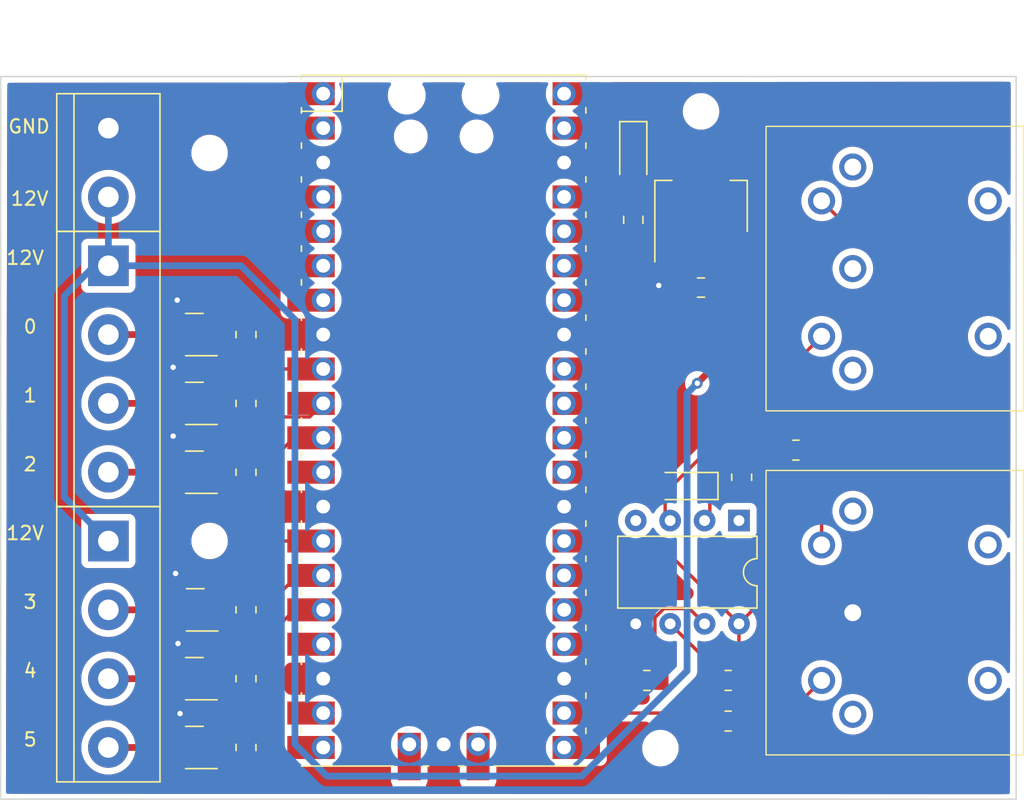
<source format=kicad_pcb>
(kicad_pcb (version 20221018) (generator pcbnew)
  (layers (0 "F.Cu" signal) (31 "B.Cu" signal) (34 "B.Paste" user) (35 "F.Paste" user) (36 "B.SilkS" user "B.Silkscreen") (37 "F.SilkS" user "F.Silkscreen") (38 "B.Mask" user) (39 "F.Mask" user) (44 "Edge.Cuts" user))
  (net 0 "")
  (footprint "jlc-pcb-lib:din-504-M10" (layer "F.Cu") (at 166.43 82.01 180)
    (fp_text reference "J4" hide)
    (fp_text value "DIN-5_180degree")
    (fp_rect (start -8.8 -10.5) (end 10.2 10.5) (stroke (width 0.1)) (fill none) (layer "F.SilkS"))
    (pad "" thru_hole circle (at -6.2 -5 180) (size 2 2) (drill 1.25) (layers "*.Cu" "*.Mask"))
    (pad "" thru_hole circle (at -6.2 5 180) (size 2 2) (drill 1.25) (layers "*.Cu" "*.Mask"))
    (pad "1" thru_hole circle (at 3.8 7.5 180) (size 2 2) (drill 1.25) (layers "*.Cu" "*.Mask"))
    (pad "2" thru_hole circle (at 3.8 0 180) (size 2 2) (drill 1.25) (layers "*.Cu" "*.Mask"))
    (pad "3" thru_hole circle (at 3.8 -7.5 180) (size 2 2) (drill 1.25) (layers "*.Cu" "*.Mask"))
    (pad "4" thru_hole circle (at 6.1 5 180) (size 2 2) (drill 1.25) (layers "*.Cu" "*.Mask"))
    (pad "5" thru_hole circle (at 6.1 -5 180) (size 2 2) (drill 1.25) (layers "*.Cu" "*.Mask"))
  )
  (footprint "Diode_SMD:D_SOD-123" (layer "F.Cu") (at 150.43 98.06 180)
    (fp_text reference "D1" hide)
    (fp_text value "1N4148")
    (fp_line (start -2.25 -1) (end -2.25 1) (stroke (width 0.12)) (layer "F.SilkS"))
    (fp_line (start -2.25 -1) (end 1.65 -1) (stroke (width 0.12)) (layer "F.SilkS"))
    (fp_line (start -2.25 1) (end 1.65 1) (stroke (width 0.12)) (layer "F.SilkS"))
    (pad "1" smd rect (at -1.65 0 180) (size 0.9 1.2) (layers "F.Cu" "F.Paste" "F.Mask"))
    (pad "2" smd rect (at 1.65 0 180) (size 0.9 1.2) (layers "F.Cu" "F.Paste" "F.Mask"))
  )
  (footprint "Package_DIP:DIP-8_W7.62mm" (layer "F.Cu") (at 154.23 100.61 -90)
    (fp_text reference "U2" hide)
    (fp_text value "6N138")
    (fp_line (start 1.16 -1.33) (end 1.16 8.95) (stroke (width 0.12)) (layer "F.SilkS"))
    (fp_line (start 1.16 8.95) (end 6.46 8.95) (stroke (width 0.12)) (layer "F.SilkS"))
    (fp_line (start 2.81 -1.33) (end 1.16 -1.33) (stroke (width 0.12)) (layer "F.SilkS"))
    (fp_line (start 6.46 -1.33) (end 4.81 -1.33) (stroke (width 0.12)) (layer "F.SilkS"))
    (fp_line (start 6.46 8.95) (end 6.46 -1.33) (stroke (width 0.12)) (layer "F.SilkS"))
    (fp_arc (start 4.81 -1.33) (mid 3.81 -0.33) (end 2.81 -1.33) (stroke (width 0.12)) (layer "F.SilkS"))
    (pad "1" thru_hole rect (at 0 0 270) (size 1.6 1.6) (drill 0.8) (layers "*.Cu" "*.Mask"))
    (pad "2" thru_hole oval (at 0 2.54 270) (size 1.6 1.6) (drill 0.8) (layers "*.Cu" "*.Mask"))
    (pad "3" thru_hole oval (at 0 5.08 270) (size 1.6 1.6) (drill 0.8) (layers "*.Cu" "*.Mask"))
    (pad "4" thru_hole oval (at 0 7.62 270) (size 1.6 1.6) (drill 0.8) (layers "*.Cu" "*.Mask"))
    (pad "5" thru_hole oval (at 7.62 7.62 270) (size 1.6 1.6) (drill 0.8) (layers "*.Cu" "*.Mask"))
    (pad "6" thru_hole oval (at 7.62 5.08 270) (size 1.6 1.6) (drill 0.8) (layers "*.Cu" "*.Mask"))
    (pad "7" thru_hole oval (at 7.62 2.54 270) (size 1.6 1.6) (drill 0.8) (layers "*.Cu" "*.Mask"))
    (pad "8" thru_hole oval (at 7.62 0 270) (size 1.6 1.6) (drill 0.8) (layers "*.Cu" "*.Mask"))
  )
  (footprint "Resistor_SMD:R_0805_2012Metric_Pad1.20x1.40mm_HandSolder" (layer "F.Cu") (at 117.84 91.96 90)
    (fp_text reference "R7" hide)
    (fp_text value "1k")
    (fp_line (start -0.227064 -0.735) (end 0.227064 -0.735) (stroke (width 0.12)) (layer "F.SilkS"))
    (fp_line (start -0.227064 0.735) (end 0.227064 0.735) (stroke (width 0.12)) (layer "F.SilkS"))
    (pad "1" smd roundrect (at -1 0 90) (size 1.2 1.4) (layers "F.Cu" "F.Paste" "F.Mask") (roundrect_rratio 0.2083333333))
    (pad "2" smd roundrect (at 1 0 90) (size 1.2 1.4) (layers "F.Cu" "F.Paste" "F.Mask") (roundrect_rratio 0.2083333333))
  )
  (footprint "Package_TO_SOT_SMD:SOT-23" (layer "F.Cu") (at 114.09 107.2 180)
    (fp_text reference "Q4" hide)
    (fp_text value "IRLZ44N")
    (fp_line (start 0 -1.56) (end -1.675 -1.56) (stroke (width 0.12)) (layer "F.SilkS"))
    (fp_line (start 0 -1.56) (end 0.65 -1.56) (stroke (width 0.12)) (layer "F.SilkS"))
    (fp_line (start 0 1.56) (end -0.65 1.56) (stroke (width 0.12)) (layer "F.SilkS"))
    (fp_line (start 0 1.56) (end 0.65 1.56) (stroke (width 0.12)) (layer "F.SilkS"))
    (pad "1" smd roundrect (at -0.9375 -0.95 180) (size 1.475 0.6) (layers "F.Cu" "F.Paste" "F.Mask"))
    (pad "2" smd roundrect (at -0.9375 0.95 180) (size 1.475 0.6) (layers "F.Cu" "F.Paste" "F.Mask"))
    (pad "3" smd roundrect (at 0.9375 0 180) (size 1.475 0.6) (layers "F.Cu" "F.Paste" "F.Mask"))
  )
  (footprint "Resistor_SMD:R_0805_2012Metric_Pad1.20x1.40mm_HandSolder" (layer "F.Cu") (at 117.84 107.2 90)
    (fp_text reference "R11" hide)
    (fp_text value "1k")
    (fp_line (start -0.227064 -0.735) (end 0.227064 -0.735) (stroke (width 0.12)) (layer "F.SilkS"))
    (fp_line (start -0.227064 0.735) (end 0.227064 0.735) (stroke (width 0.12)) (layer "F.SilkS"))
    (pad "1" smd roundrect (at -1 0 90) (size 1.2 1.4) (layers "F.Cu" "F.Paste" "F.Mask") (roundrect_rratio 0.2083333333))
    (pad "2" smd roundrect (at 1 0 90) (size 1.2 1.4) (layers "F.Cu" "F.Paste" "F.Mask") (roundrect_rratio 0.2083333333))
  )
  (footprint "Capacitor_SMD:C_0805_2012Metric" (layer "F.Cu") (at 146.43 78.41 -90)
    (fp_text reference "C2" hide)
    (fp_text value "22u")
    (fp_line (start -0.258578 -0.71) (end 0.258578 -0.71) (stroke (width 0.12)) (layer "F.SilkS"))
    (fp_line (start -0.258578 0.71) (end 0.258578 0.71) (stroke (width 0.12)) (layer "F.SilkS"))
    (pad "1" smd roundrect (at -0.9375 0 270) (size 0.975 1.4) (layers "F.Cu" "F.Paste" "F.Mask"))
    (pad "2" smd roundrect (at 0.9375 0 270) (size 0.975 1.4) (layers "F.Cu" "F.Paste" "F.Mask"))
  )
  (footprint "Resistor_SMD:R_0805_2012Metric_Pad1.20x1.40mm_HandSolder" (layer "F.Cu") (at 117.84 117.36 90)
    (fp_text reference "R9" hide)
    (fp_text value "1k")
    (fp_line (start -0.227064 -0.735) (end 0.227064 -0.735) (stroke (width 0.12)) (layer "F.SilkS"))
    (fp_line (start -0.227064 0.735) (end 0.227064 0.735) (stroke (width 0.12)) (layer "F.SilkS"))
    (pad "1" smd roundrect (at -1 0 90) (size 1.2 1.4) (layers "F.Cu" "F.Paste" "F.Mask") (roundrect_rratio 0.2083333333))
    (pad "2" smd roundrect (at 1 0 90) (size 1.2 1.4) (layers "F.Cu" "F.Paste" "F.Mask") (roundrect_rratio 0.2083333333))
  )
  (footprint "Package_TO_SOT_SMD:SOT-223-3_TabPin2" (layer "F.Cu") (at 151.43 77.41 90)
    (fp_text reference "U3" hide)
    (fp_text value "AMS1117-5.0")
    (fp_line (start -4.1 -3.41) (end 1.91 -3.41) (stroke (width 0.12)) (layer "F.SilkS"))
    (fp_line (start -1.85 3.41) (end 1.91 3.41) (stroke (width 0.12)) (layer "F.SilkS"))
    (fp_line (start 1.91 -3.41) (end 1.91 -2.15) (stroke (width 0.12)) (layer "F.SilkS"))
    (fp_line (start 1.91 3.41) (end 1.91 2.15) (stroke (width 0.12)) (layer "F.SilkS"))
    (pad "1" smd rect (at -3.15 -2.3 90) (size 2 1.5) (layers "F.Cu" "F.Paste" "F.Mask"))
    (pad "2" smd rect (at -3.15 0 90) (size 2 1.5) (layers "F.Cu" "F.Paste" "F.Mask"))
    (pad "2" smd rect (at 3.15 0 90) (size 2 3.8) (layers "F.Cu" "F.Paste" "F.Mask"))
    (pad "3" smd rect (at -3.15 2.3 90) (size 2 1.5) (layers "F.Cu" "F.Paste" "F.Mask"))
  )
  (footprint "TerminalBlock:TerminalBlock_bornier-2_P5.08mm" (layer "F.Cu") (at 107.68 71.64 -90)
    (fp_text reference "J3" hide)
    (fp_text value "Screw_Terminal_01x02")
    (fp_line (start -2.54 -3.81) (end -2.54 3.81) (stroke (width 0.12)) (layer "F.SilkS"))
    (fp_line (start -2.54 3.81) (end 7.62 3.81) (stroke (width 0.12)) (layer "F.SilkS"))
    (fp_line (start 7.62 -3.81) (end -2.54 -3.81) (stroke (width 0.12)) (layer "F.SilkS"))
    (fp_line (start 7.62 2.54) (end -2.54 2.54) (stroke (width 0.12)) (layer "F.SilkS"))
    (fp_line (start 7.62 3.81) (end 7.62 -3.81) (stroke (width 0.12)) (layer "F.SilkS"))
    (pad "1" thru_hole rect (at 0 0 270) (size 3 3) (drill 1.52) (layers "*.Cu" "*.Mask"))
    (pad "2" thru_hole circle (at 5.08 0 270) (size 3 3) (drill 1.52) (layers "*.Cu" "*.Mask"))
  )
  (footprint "Package_TO_SOT_SMD:SOT-23" (layer "F.Cu") (at 114.03 91.96 180)
    (fp_text reference "Q2" hide)
    (fp_text value "IRLZ44N")
    (fp_line (start 0 -1.56) (end -1.675 -1.56) (stroke (width 0.12)) (layer "F.SilkS"))
    (fp_line (start 0 -1.56) (end 0.65 -1.56) (stroke (width 0.12)) (layer "F.SilkS"))
    (fp_line (start 0 1.56) (end -0.65 1.56) (stroke (width 0.12)) (layer "F.SilkS"))
    (fp_line (start 0 1.56) (end 0.65 1.56) (stroke (width 0.12)) (layer "F.SilkS"))
    (pad "1" smd roundrect (at -0.9375 -0.95 180) (size 1.475 0.6) (layers "F.Cu" "F.Paste" "F.Mask"))
    (pad "2" smd roundrect (at -0.9375 0.95 180) (size 1.475 0.6) (layers "F.Cu" "F.Paste" "F.Mask"))
    (pad "3" smd roundrect (at 0.9375 0 180) (size 1.475 0.6) (layers "F.Cu" "F.Paste" "F.Mask"))
  )
  (footprint "MountingHole:MountingHole_2.2mm_M2" (layer "F.Cu") (at 148.43 117.41)
    (fp_text reference "H4" hide)
    (fp_text value "MountingHole")
    (pad "" np_thru_hole circle (at 0 0) (size 2.2 2.2) (drill 2.2) (layers "F&B.Cu" "*.Mask"))
  )
  (footprint "Resistor_SMD:R_0805_2012Metric_Pad1.20x1.40mm_HandSolder" (layer "F.Cu") (at 153.43 112.41 180)
    (fp_text reference "R2" hide)
    (fp_text value "470R")
    (fp_line (start -0.227064 -0.735) (end 0.227064 -0.735) (stroke (width 0.12)) (layer "F.SilkS"))
    (fp_line (start -0.227064 0.735) (end 0.227064 0.735) (stroke (width 0.12)) (layer "F.SilkS"))
    (pad "1" smd roundrect (at -1 0 180) (size 1.2 1.4) (layers "F.Cu" "F.Paste" "F.Mask") (roundrect_rratio 0.2083333333))
    (pad "2" smd roundrect (at 1 0 180) (size 1.2 1.4) (layers "F.Cu" "F.Paste" "F.Mask") (roundrect_rratio 0.2083333333))
  )
  (footprint "Resistor_SMD:R_0805_2012Metric_Pad1.20x1.40mm_HandSolder" (layer "F.Cu") (at 117.84 112.28 90)
    (fp_text reference "R10" hide)
    (fp_text value "1k")
    (fp_line (start -0.227064 -0.735) (end 0.227064 -0.735) (stroke (width 0.12)) (layer "F.SilkS"))
    (fp_line (start -0.227064 0.735) (end 0.227064 0.735) (stroke (width 0.12)) (layer "F.SilkS"))
    (pad "1" smd roundrect (at -1 0 90) (size 1.2 1.4) (layers "F.Cu" "F.Paste" "F.Mask") (roundrect_rratio 0.2083333333))
    (pad "2" smd roundrect (at 1 0 90) (size 1.2 1.4) (layers "F.Cu" "F.Paste" "F.Mask") (roundrect_rratio 0.2083333333))
  )
  (footprint "Package_TO_SOT_SMD:SOT-23" (layer "F.Cu") (at 114.03 112.28 180)
    (fp_text reference "Q5" hide)
    (fp_text value "IRLZ44N")
    (fp_line (start 0 -1.56) (end -1.675 -1.56) (stroke (width 0.12)) (layer "F.SilkS"))
    (fp_line (start 0 -1.56) (end 0.65 -1.56) (stroke (width 0.12)) (layer "F.SilkS"))
    (fp_line (start 0 1.56) (end -0.65 1.56) (stroke (width 0.12)) (layer "F.SilkS"))
    (fp_line (start 0 1.56) (end 0.65 1.56) (stroke (width 0.12)) (layer "F.SilkS"))
    (pad "1" smd roundrect (at -0.9375 -0.95 180) (size 1.475 0.6) (layers "F.Cu" "F.Paste" "F.Mask"))
    (pad "2" smd roundrect (at -0.9375 0.95 180) (size 1.475 0.6) (layers "F.Cu" "F.Paste" "F.Mask"))
    (pad "3" smd roundrect (at 0.9375 0 180) (size 1.475 0.6) (layers "F.Cu" "F.Paste" "F.Mask"))
  )
  (footprint "Package_TO_SOT_SMD:SOT-23" (layer "F.Cu") (at 114.03 97.04 180)
    (fp_text reference "Q3" hide)
    (fp_text value "IRLZ44N")
    (fp_line (start 0 -1.56) (end -1.675 -1.56) (stroke (width 0.12)) (layer "F.SilkS"))
    (fp_line (start 0 -1.56) (end 0.65 -1.56) (stroke (width 0.12)) (layer "F.SilkS"))
    (fp_line (start 0 1.56) (end -0.65 1.56) (stroke (width 0.12)) (layer "F.SilkS"))
    (fp_line (start 0 1.56) (end 0.65 1.56) (stroke (width 0.12)) (layer "F.SilkS"))
    (pad "1" smd roundrect (at -0.9375 -0.95 180) (size 1.475 0.6) (layers "F.Cu" "F.Paste" "F.Mask"))
    (pad "2" smd roundrect (at -0.9375 0.95 180) (size 1.475 0.6) (layers "F.Cu" "F.Paste" "F.Mask"))
    (pad "3" smd roundrect (at 0.9375 0 180) (size 1.475 0.6) (layers "F.Cu" "F.Paste" "F.Mask"))
  )
  (footprint "Resistor_SMD:R_0805_2012Metric_Pad1.20x1.40mm_HandSolder" (layer "F.Cu") (at 153.43 115.41)
    (fp_text reference "R5" hide)
    (fp_text value "220R")
    (fp_line (start -0.227064 -0.735) (end 0.227064 -0.735) (stroke (width 0.12)) (layer "F.SilkS"))
    (fp_line (start -0.227064 0.735) (end 0.227064 0.735) (stroke (width 0.12)) (layer "F.SilkS"))
    (pad "1" smd roundrect (at -1 0) (size 1.2 1.4) (layers "F.Cu" "F.Paste" "F.Mask") (roundrect_rratio 0.2083333333))
    (pad "2" smd roundrect (at 1 0) (size 1.2 1.4) (layers "F.Cu" "F.Paste" "F.Mask") (roundrect_rratio 0.2083333333))
  )
  (footprint "MountingHole:MountingHole_2.2mm_M2" (layer "F.Cu") (at 151.43 70.41)
    (fp_text reference "H2" hide)
    (fp_text value "MountingHole")
    (pad "" np_thru_hole circle (at 0 0) (size 2.2 2.2) (drill 2.2) (layers "F&B.Cu" "*.Mask"))
  )
  (footprint "Package_TO_SOT_SMD:SOT-23" (layer "F.Cu") (at 114.03 117.36 180)
    (fp_text reference "Q6" hide)
    (fp_text value "IRLZ44N")
    (fp_line (start 0 -1.56) (end -1.675 -1.56) (stroke (width 0.12)) (layer "F.SilkS"))
    (fp_line (start 0 -1.56) (end 0.65 -1.56) (stroke (width 0.12)) (layer "F.SilkS"))
    (fp_line (start 0 1.56) (end -0.65 1.56) (stroke (width 0.12)) (layer "F.SilkS"))
    (fp_line (start 0 1.56) (end 0.65 1.56) (stroke (width 0.12)) (layer "F.SilkS"))
    (pad "1" smd roundrect (at -0.9375 -0.95 180) (size 1.475 0.6) (layers "F.Cu" "F.Paste" "F.Mask"))
    (pad "2" smd roundrect (at -0.9375 0.95 180) (size 1.475 0.6) (layers "F.Cu" "F.Paste" "F.Mask"))
    (pad "3" smd roundrect (at 0.9375 0 180) (size 1.475 0.6) (layers "F.Cu" "F.Paste" "F.Mask"))
  )
  (footprint "Resistor_SMD:R_0805_2012Metric_Pad1.20x1.40mm_HandSolder" (layer "F.Cu") (at 158.43 95.41)
    (fp_text reference "R4" hide)
    (fp_text value "220R")
    (fp_line (start -0.227064 -0.735) (end 0.227064 -0.735) (stroke (width 0.12)) (layer "F.SilkS"))
    (fp_line (start -0.227064 0.735) (end 0.227064 0.735) (stroke (width 0.12)) (layer "F.SilkS"))
    (pad "1" smd roundrect (at -1 0) (size 1.2 1.4) (layers "F.Cu" "F.Paste" "F.Mask") (roundrect_rratio 0.2083333333))
    (pad "2" smd roundrect (at 1 0) (size 1.2 1.4) (layers "F.Cu" "F.Paste" "F.Mask") (roundrect_rratio 0.2083333333))
  )
  (footprint "TerminalBlock:TerminalBlock_bornier-4_P5.08mm" (layer "F.Cu") (at 107.68 81.8 -90)
    (fp_text reference "J1" hide)
    (fp_text value "Screw_Terminal_01x04")
    (fp_line (start -2.54 -3.81) (end -2.54 3.81) (stroke (width 0.12)) (layer "F.SilkS"))
    (fp_line (start -2.54 -3.81) (end 17.78 -3.81) (stroke (width 0.12)) (layer "F.SilkS"))
    (fp_line (start -2.54 3.81) (end 17.78 3.81) (stroke (width 0.12)) (layer "F.SilkS"))
    (fp_line (start 17.78 2.54) (end -2.54 2.54) (stroke (width 0.12)) (layer "F.SilkS"))
    (fp_line (start 17.78 3.81) (end 17.78 -3.81) (stroke (width 0.12)) (layer "F.SilkS"))
    (pad "1" thru_hole rect (at 0 0 270) (size 3 3) (drill 1.52) (layers "*.Cu" "*.Mask"))
    (pad "2" thru_hole circle (at 5.08 0 270) (size 3 3) (drill 1.52) (layers "*.Cu" "*.Mask"))
    (pad "3" thru_hole circle (at 10.16 0 270) (size 3 3) (drill 1.52) (layers "*.Cu" "*.Mask"))
    (pad "4" thru_hole circle (at 15.24 0 270) (size 3 3) (drill 1.52) (layers "*.Cu" "*.Mask"))
  )
  (footprint "MountingHole:MountingHole_2.2mm_M2" (layer "F.Cu") (at 115.15 102.115)
    (fp_text reference "H3" hide)
    (fp_text value "MountingHole")
    (pad "" np_thru_hole circle (at 0 0) (size 2.2 2.2) (drill 2.2) (layers "F&B.Cu" "*.Mask"))
  )
  (footprint "Resistor_SMD:R_0805_2012Metric_Pad1.20x1.40mm_HandSolder" (layer "F.Cu") (at 117.84 86.88 90)
    (fp_text reference "R6" hide)
    (fp_text value "1k")
    (fp_line (start -0.227064 -0.735) (end 0.227064 -0.735) (stroke (width 0.12)) (layer "F.SilkS"))
    (fp_line (start -0.227064 0.735) (end 0.227064 0.735) (stroke (width 0.12)) (layer "F.SilkS"))
    (pad "1" smd roundrect (at -1 0 90) (size 1.2 1.4) (layers "F.Cu" "F.Paste" "F.Mask") (roundrect_rratio 0.2083333333))
    (pad "2" smd roundrect (at 1 0 90) (size 1.2 1.4) (layers "F.Cu" "F.Paste" "F.Mask") (roundrect_rratio 0.2083333333))
  )
  (footprint "TerminalBlock:TerminalBlock_bornier-4_P5.08mm" (layer "F.Cu") (at 107.68 102.12 -90)
    (fp_text reference "J2" hide)
    (fp_text value "Screw_Terminal_01x04")
    (fp_line (start -2.54 -3.81) (end -2.54 3.81) (stroke (width 0.12)) (layer "F.SilkS"))
    (fp_line (start -2.54 -3.81) (end 17.78 -3.81) (stroke (width 0.12)) (layer "F.SilkS"))
    (fp_line (start -2.54 3.81) (end 17.78 3.81) (stroke (width 0.12)) (layer "F.SilkS"))
    (fp_line (start 17.78 2.54) (end -2.54 2.54) (stroke (width 0.12)) (layer "F.SilkS"))
    (fp_line (start 17.78 3.81) (end 17.78 -3.81) (stroke (width 0.12)) (layer "F.SilkS"))
    (pad "1" thru_hole rect (at 0 0 270) (size 3 3) (drill 1.52) (layers "*.Cu" "*.Mask"))
    (pad "2" thru_hole circle (at 5.08 0 270) (size 3 3) (drill 1.52) (layers "*.Cu" "*.Mask"))
    (pad "3" thru_hole circle (at 10.16 0 270) (size 3 3) (drill 1.52) (layers "*.Cu" "*.Mask"))
    (pad "4" thru_hole circle (at 15.24 0 270) (size 3 3) (drill 1.52) (layers "*.Cu" "*.Mask"))
  )
  (footprint "jlc-pcb-lib:din-504-M10" (layer "F.Cu") (at 166.43 107.41 180)
    (fp_text reference "J5" hide)
    (fp_text value "DIN-5_180degree")
    (fp_rect (start -8.8 -10.5) (end 10.2 10.5) (stroke (width 0.1)) (fill none) (layer "F.SilkS"))
    (pad "" thru_hole circle (at -6.2 -5 180) (size 2 2) (drill 1.25) (layers "*.Cu" "*.Mask"))
    (pad "" thru_hole circle (at -6.2 5 180) (size 2 2) (drill 1.25) (layers "*.Cu" "*.Mask"))
    (pad "1" thru_hole circle (at 3.8 7.5 180) (size 2 2) (drill 1.25) (layers "*.Cu" "*.Mask"))
    (pad "2" thru_hole circle (at 3.8 0 180) (size 2 2) (drill 1.25) (layers "*.Cu" "*.Mask"))
    (pad "3" thru_hole circle (at 3.8 -7.5 180) (size 2 2) (drill 1.25) (layers "*.Cu" "*.Mask"))
    (pad "4" thru_hole circle (at 6.1 5 180) (size 2 2) (drill 1.25) (layers "*.Cu" "*.Mask"))
    (pad "5" thru_hole circle (at 6.1 -5 180) (size 2 2) (drill 1.25) (layers "*.Cu" "*.Mask"))
  )
  (footprint "Resistor_SMD:R_0805_2012Metric_Pad1.20x1.40mm_HandSolder" (layer "F.Cu") (at 147.43 112.41 180)
    (fp_text reference "R3" hide)
    (fp_text value "10kR")
    (fp_line (start -0.227064 -0.735) (end 0.227064 -0.735) (stroke (width 0.12)) (layer "F.SilkS"))
    (fp_line (start -0.227064 0.735) (end 0.227064 0.735) (stroke (width 0.12)) (layer "F.SilkS"))
    (pad "1" smd roundrect (at -1 0 180) (size 1.2 1.4) (layers "F.Cu" "F.Paste" "F.Mask") (roundrect_rratio 0.2083333333))
    (pad "2" smd roundrect (at 1 0 180) (size 1.2 1.4) (layers "F.Cu" "F.Paste" "F.Mask") (roundrect_rratio 0.2083333333))
  )
  (footprint "Resistor_SMD:R_0805_2012Metric_Pad1.20x1.40mm_HandSolder" (layer "F.Cu") (at 117.84 97.04 90)
    (fp_text reference "R8" hide)
    (fp_text value "1k")
    (fp_line (start -0.227064 -0.735) (end 0.227064 -0.735) (stroke (width 0.12)) (layer "F.SilkS"))
    (fp_line (start -0.227064 0.735) (end 0.227064 0.735) (stroke (width 0.12)) (layer "F.SilkS"))
    (pad "1" smd roundrect (at -1 0 90) (size 1.2 1.4) (layers "F.Cu" "F.Paste" "F.Mask") (roundrect_rratio 0.2083333333))
    (pad "2" smd roundrect (at 1 0 90) (size 1.2 1.4) (layers "F.Cu" "F.Paste" "F.Mask") (roundrect_rratio 0.2083333333))
  )
  (footprint "Diode_SMD:D_SOD-123" (layer "F.Cu") (at 146.43 73.41 -90)
    (fp_text reference "D2" hide)
    (fp_text value "D_Schottky")
    (fp_line (start -2.25 -1) (end -2.25 1) (stroke (width 0.12)) (layer "F.SilkS"))
    (fp_line (start -2.25 -1) (end 1.65 -1) (stroke (width 0.12)) (layer "F.SilkS"))
    (fp_line (start -2.25 1) (end 1.65 1) (stroke (width 0.12)) (layer "F.SilkS"))
    (pad "1" smd rect (at -1.65 0 270) (size 0.9 1.2) (layers "F.Cu" "F.Paste" "F.Mask"))
    (pad "2" smd rect (at 1.65 0 270) (size 0.9 1.2) (layers "F.Cu" "F.Paste" "F.Mask"))
  )
  (footprint "MountingHole:MountingHole_2.2mm_M2" (layer "F.Cu") (at 115.15 73.475)
    (fp_text reference "H1" hide)
    (fp_text value "MountingHole")
    (pad "" np_thru_hole circle (at 0 0) (size 2.2 2.2) (drill 2.2) (layers "F&B.Cu" "*.Mask"))
  )
  (footprint "Resistor_SMD:R_0805_2012Metric_Pad1.20x1.40mm_HandSolder" (layer "F.Cu") (at 154.43 97.41 -90)
    (fp_text reference "R1" hide)
    (fp_text value "220R")
    (fp_line (start -0.227064 -0.735) (end 0.227064 -0.735) (stroke (width 0.12)) (layer "F.SilkS"))
    (fp_line (start -0.227064 0.735) (end 0.227064 0.735) (stroke (width 0.12)) (layer "F.SilkS"))
    (pad "1" smd roundrect (at -1 0 270) (size 1.2 1.4) (layers "F.Cu" "F.Paste" "F.Mask") (roundrect_rratio 0.2083333333))
    (pad "2" smd roundrect (at 1 0 270) (size 1.2 1.4) (layers "F.Cu" "F.Paste" "F.Mask") (roundrect_rratio 0.2083333333))
  )
  (footprint "Package_TO_SOT_SMD:SOT-23" (layer "F.Cu") (at 114.03 86.88 180)
    (fp_text reference "Q1" hide)
    (fp_text value "IRLZ44N")
    (fp_line (start 0 -1.56) (end -1.675 -1.56) (stroke (width 0.12)) (layer "F.SilkS"))
    (fp_line (start 0 -1.56) (end 0.65 -1.56) (stroke (width 0.12)) (layer "F.SilkS"))
    (fp_line (start 0 1.56) (end -0.65 1.56) (stroke (width 0.12)) (layer "F.SilkS"))
    (fp_line (start 0 1.56) (end 0.65 1.56) (stroke (width 0.12)) (layer "F.SilkS"))
    (pad "1" smd roundrect (at -0.9375 -0.95 180) (size 1.475 0.6) (layers "F.Cu" "F.Paste" "F.Mask"))
    (pad "2" smd roundrect (at -0.9375 0.95 180) (size 1.475 0.6) (layers "F.Cu" "F.Paste" "F.Mask"))
    (pad "3" smd roundrect (at 0.9375 0 180) (size 1.475 0.6) (layers "F.Cu" "F.Paste" "F.Mask"))
  )
  (footprint "MCU_RaspberryPi_and_Boards:RPi_Pico_SMD_TH" (layer "F.Cu") (at 132.43 93.23)
    (fp_text reference "U1" hide)
    (fp_text value "Pico")
    (fp_line (start -10.5 -25.5) (end -10.5 -25.2) (stroke (width 0.12)) (layer "F.SilkS"))
    (fp_line (start -10.5 -25.5) (end 10.5 -25.5) (stroke (width 0.12)) (layer "F.SilkS"))
    (fp_line (start -10.5 -23.1) (end -10.5 -22.7) (stroke (width 0.12)) (layer "F.SilkS"))
    (fp_line (start -10.5 -22.833) (end -7.493 -22.833) (stroke (width 0.12)) (layer "F.SilkS"))
    (fp_line (start -10.5 -20.5) (end -10.5 -20.1) (stroke (width 0.12)) (layer "F.SilkS"))
    (fp_line (start -10.5 -18) (end -10.5 -17.6) (stroke (width 0.12)) (layer "F.SilkS"))
    (fp_line (start -10.5 -15.4) (end -10.5 -15) (stroke (width 0.12)) (layer "F.SilkS"))
    (fp_line (start -10.5 -12.9) (end -10.5 -12.5) (stroke (width 0.12)) (layer "F.SilkS"))
    (fp_line (start -10.5 -10.4) (end -10.5 -10) (stroke (width 0.12)) (layer "F.SilkS"))
    (fp_line (start -10.5 -7.8) (end -10.5 -7.4) (stroke (width 0.12)) (layer "F.SilkS"))
    (fp_line (start -10.5 -5.3) (end -10.5 -4.9) (stroke (width 0.12)) (layer "F.SilkS"))
    (fp_line (start -10.5 -2.7) (end -10.5 -2.3) (stroke (width 0.12)) (layer "F.SilkS"))
    (fp_line (start -10.5 -0.2) (end -10.5 0.2) (stroke (width 0.12)) (layer "F.SilkS"))
    (fp_line (start -10.5 2.3) (end -10.5 2.7) (stroke (width 0.12)) (layer "F.SilkS"))
    (fp_line (start -10.5 4.9) (end -10.5 5.3) (stroke (width 0.12)) (layer "F.SilkS"))
    (fp_line (start -10.5 7.4) (end -10.5 7.8) (stroke (width 0.12)) (layer "F.SilkS"))
    (fp_line (start -10.5 10) (end -10.5 10.4) (stroke (width 0.12)) (layer "F.SilkS"))
    (fp_line (start -10.5 12.5) (end -10.5 12.9) (stroke (width 0.12)) (layer "F.SilkS"))
    (fp_line (start -10.5 15.1) (end -10.5 15.5) (stroke (width 0.12)) (layer "F.SilkS"))
    (fp_line (start -10.5 17.6) (end -10.5 18) (stroke (width 0.12)) (layer "F.SilkS"))
    (fp_line (start -10.5 20.1) (end -10.5 20.5) (stroke (width 0.12)) (layer "F.SilkS"))
    (fp_line (start -10.5 22.7) (end -10.5 23.1) (stroke (width 0.12)) (layer "F.SilkS"))
    (fp_line (start -7.493 -22.833) (end -7.493 -25.5) (stroke (width 0.12)) (layer "F.SilkS"))
    (fp_line (start -3.7 25.5) (end -10.5 25.5) (stroke (width 0.12)) (layer "F.SilkS"))
    (fp_line (start -1.5 25.5) (end -1.1 25.5) (stroke (width 0.12)) (layer "F.SilkS"))
    (fp_line (start 1.1 25.5) (end 1.5 25.5) (stroke (width 0.12)) (layer "F.SilkS"))
    (fp_line (start 10.5 -25.5) (end 10.5 -25.2) (stroke (width 0.12)) (layer "F.SilkS"))
    (fp_line (start 10.5 -23.1) (end 10.5 -22.7) (stroke (width 0.12)) (layer "F.SilkS"))
    (fp_line (start 10.5 -20.5) (end 10.5 -20.1) (stroke (width 0.12)) (layer "F.SilkS"))
    (fp_line (start 10.5 -18) (end 10.5 -17.6) (stroke (width 0.12)) (layer "F.SilkS"))
    (fp_line (start 10.5 -15.4) (end 10.5 -15) (stroke (width 0.12)) (layer "F.SilkS"))
    (fp_line (start 10.5 -12.9) (end 10.5 -12.5) (stroke (width 0.12)) (layer "F.SilkS"))
    (fp_line (start 10.5 -10.4) (end 10.5 -10) (stroke (width 0.12)) (layer "F.SilkS"))
    (fp_line (start 10.5 -7.8) (end 10.5 -7.4) (stroke (width 0.12)) (layer "F.SilkS"))
    (fp_line (start 10.5 -5.3) (end 10.5 -4.9) (stroke (width 0.12)) (layer "F.SilkS"))
    (fp_line (start 10.5 -2.7) (end 10.5 -2.3) (stroke (width 0.12)) (layer "F.SilkS"))
    (fp_line (start 10.5 -0.2) (end 10.5 0.2) (stroke (width 0.12)) (layer "F.SilkS"))
    (fp_line (start 10.5 2.3) (end 10.5 2.7) (stroke (width 0.12)) (layer "F.SilkS"))
    (fp_line (start 10.5 4.9) (end 10.5 5.3) (stroke (width 0.12)) (layer "F.SilkS"))
    (fp_line (start 10.5 7.4) (end 10.5 7.8) (stroke (width 0.12)) (layer "F.SilkS"))
    (fp_line (start 10.5 10) (end 10.5 10.4) (stroke (width 0.12)) (layer "F.SilkS"))
    (fp_line (start 10.5 12.5) (end 10.5 12.9) (stroke (width 0.12)) (layer "F.SilkS"))
    (fp_line (start 10.5 15.1) (end 10.5 15.5) (stroke (width 0.12)) (layer "F.SilkS"))
    (fp_line (start 10.5 17.6) (end 10.5 18) (stroke (width 0.12)) (layer "F.SilkS"))
    (fp_line (start 10.5 20.1) (end 10.5 20.5) (stroke (width 0.12)) (layer "F.SilkS"))
    (fp_line (start 10.5 22.7) (end 10.5 23.1) (stroke (width 0.12)) (layer "F.SilkS"))
    (fp_line (start 10.5 25.5) (end 3.7 25.5) (stroke (width 0.12)) (layer "F.SilkS"))
    (pad "" np_thru_hole oval (at -2.725 -24) (size 1.8 1.8) (drill 1.8) (layers "F&B.Cu" "*.Mask"))
    (pad "" np_thru_hole oval (at -2.425 -20.97) (size 1.5 1.5) (drill 1.5) (layers "F&B.Cu" "*.Mask"))
    (pad "" np_thru_hole oval (at 2.425 -20.97) (size 1.5 1.5) (drill 1.5) (layers "F&B.Cu" "*.Mask"))
    (pad "" np_thru_hole oval (at 2.725 -24) (size 1.8 1.8) (drill 1.8) (layers "F&B.Cu" "*.Mask"))
    (pad "1" thru_hole oval (at -8.89 -24.13) (size 1.7 1.7) (drill 1.02) (layers "*.Cu" "*.Mask"))
    (pad "1" smd rect (at -8.89 -24.13) (size 3.5 1.7) (drill (offset -0.9 0)) (layers "F.Cu" "F.Mask"))
    (pad "2" thru_hole oval (at -8.89 -21.59) (size 1.7 1.7) (drill 1.02) (layers "*.Cu" "*.Mask"))
    (pad "2" smd rect (at -8.89 -21.59) (size 3.5 1.7) (drill (offset -0.9 0)) (layers "F.Cu" "F.Mask"))
    (pad "3" thru_hole rect (at -8.89 -19.05) (size 1.7 1.7) (drill 1.02) (layers "*.Cu" "*.Mask"))
    (pad "3" smd rect (at -8.89 -19.05) (size 3.5 1.7) (drill (offset -0.9 0)) (layers "F.Cu" "F.Mask"))
    (pad "4" thru_hole oval (at -8.89 -16.51) (size 1.7 1.7) (drill 1.02) (layers "*.Cu" "*.Mask"))
    (pad "4" smd rect (at -8.89 -16.51) (size 3.5 1.7) (drill (offset -0.9 0)) (layers "F.Cu" "F.Mask"))
    (pad "5" thru_hole oval (at -8.89 -13.97) (size 1.7 1.7) (drill 1.02) (layers "*.Cu" "*.Mask"))
    (pad "5" smd rect (at -8.89 -13.97) (size 3.5 1.7) (drill (offset -0.9 0)) (layers "F.Cu" "F.Mask"))
    (pad "6" thru_hole oval (at -8.89 -11.43) (size 1.7 1.7) (drill 1.02) (layers "*.Cu" "*.Mask"))
    (pad "6" smd rect (at -8.89 -11.43) (size 3.5 1.7) (drill (offset -0.9 0)) (layers "F.Cu" "F.Mask"))
    (pad "7" thru_hole oval (at -8.89 -8.89) (size 1.7 1.7) (drill 1.02) (layers "*.Cu" "*.Mask"))
    (pad "7" smd rect (at -8.89 -8.89) (size 3.5 1.7) (drill (offset -0.9 0)) (layers "F.Cu" "F.Mask"))
    (pad "8" thru_hole rect (at -8.89 -6.35) (size 1.7 1.7) (drill 1.02) (layers "*.Cu" "*.Mask"))
    (pad "8" smd rect (at -8.89 -6.35) (size 3.5 1.7) (drill (offset -0.9 0)) (layers "F.Cu" "F.Mask"))
    (pad "9" thru_hole oval (at -8.89 -3.81) (size 1.7 1.7) (drill 1.02) (layers "*.Cu" "*.Mask"))
    (pad "9" smd rect (at -8.89 -3.81) (size 3.5 1.7) (drill (offset -0.9 0)) (layers "F.Cu" "F.Mask"))
    (pad "10" thru_hole oval (at -8.89 -1.27) (size 1.7 1.7) (drill 1.02) (layers "*.Cu" "*.Mask"))
    (pad "10" smd rect (at -8.89 -1.27) (size 3.5 1.7) (drill (offset -0.9 0)) (layers "F.Cu" "F.Mask"))
    (pad "11" thru_hole oval (at -8.89 1.27) (size 1.7 1.7) (drill 1.02) (layers "*.Cu" "*.Mask"))
    (pad "11" smd rect (at -8.89 1.27) (size 3.5 1.7) (drill (offset -0.9 0)) (layers "F.Cu" "F.Mask"))
    (pad "12" thru_hole oval (at -8.89 3.81) (size 1.7 1.7) (drill 1.02) (layers "*.Cu" "*.Mask"))
    (pad "12" smd rect (at -8.89 3.81) (size 3.5 1.7) (drill (offset -0.9 0)) (layers "F.Cu" "F.Mask"))
    (pad "13" thru_hole rect (at -8.89 6.35) (size 1.7 1.7) (drill 1.02) (layers "*.Cu" "*.Mask"))
    (pad "13" smd rect (at -8.89 6.35) (size 3.5 1.7) (drill (offset -0.9 0)) (layers "F.Cu" "F.Mask"))
    (pad "14" thru_hole oval (at -8.89 8.89) (size 1.7 1.7) (drill 1.02) (layers "*.Cu" "*.Mask"))
    (pad "14" smd rect (at -8.89 8.89) (size 3.5 1.7) (drill (offset -0.9 0)) (layers "F.Cu" "F.Mask"))
    (pad "15" thru_hole oval (at -8.89 11.43) (size 1.7 1.7) (drill 1.02) (layers "*.Cu" "*.Mask"))
    (pad "15" smd rect (at -8.89 11.43) (size 3.5 1.7) (drill (offset -0.9 0)) (layers "F.Cu" "F.Mask"))
    (pad "16" thru_hole oval (at -8.89 13.97) (size 1.7 1.7) (drill 1.02) (layers "*.Cu" "*.Mask"))
    (pad "16" smd rect (at -8.89 13.97) (size 3.5 1.7) (drill (offset -0.9 0)) (layers "F.Cu" "F.Mask"))
    (pad "17" thru_hole oval (at -8.89 16.51) (size 1.7 1.7) (drill 1.02) (layers "*.Cu" "*.Mask"))
    (pad "17" smd rect (at -8.89 16.51) (size 3.5 1.7) (drill (offset -0.9 0)) (layers "F.Cu" "F.Mask"))
    (pad "18" thru_hole rect (at -8.89 19.05) (size 1.7 1.7) (drill 1.02) (layers "*.Cu" "*.Mask"))
    (pad "18" smd rect (at -8.89 19.05) (size 3.5 1.7) (drill (offset -0.9 0)) (layers "F.Cu" "F.Mask"))
    (pad "19" thru_hole oval (at -8.89 21.59) (size 1.7 1.7) (drill 1.02) (layers "*.Cu" "*.Mask"))
    (pad "19" smd rect (at -8.89 21.59) (size 3.5 1.7) (drill (offset -0.9 0)) (layers "F.Cu" "F.Mask"))
    (pad "20" thru_hole oval (at -8.89 24.13) (size 1.7 1.7) (drill 1.02) (layers "*.Cu" "*.Mask"))
    (pad "20" smd rect (at -8.89 24.13) (size 3.5 1.7) (drill (offset -0.9 0)) (layers "F.Cu" "F.Mask"))
    (pad "21" thru_hole oval (at 8.89 24.13) (size 1.7 1.7) (drill 1.02) (layers "*.Cu" "*.Mask"))
    (pad "21" smd rect (at 8.89 24.13) (size 3.5 1.7) (drill (offset 0.9 0)) (layers "F.Cu" "F.Mask"))
    (pad "22" thru_hole oval (at 8.89 21.59) (size 1.7 1.7) (drill 1.02) (layers "*.Cu" "*.Mask"))
    (pad "22" smd rect (at 8.89 21.59) (size 3.5 1.7) (drill (offset 0.9 0)) (layers "F.Cu" "F.Mask"))
    (pad "23" thru_hole rect (at 8.89 19.05) (size 1.7 1.7) (drill 1.02) (layers "*.Cu" "*.Mask"))
    (pad "23" smd rect (at 8.89 19.05) (size 3.5 1.7) (drill (offset 0.9 0)) (layers "F.Cu" "F.Mask"))
    (pad "24" thru_hole oval (at 8.89 16.51) (size 1.7 1.7) (drill 1.02) (layers "*.Cu" "*.Mask"))
    (pad "24" smd rect (at 8.89 16.51) (size 3.5 1.7) (drill (offset 0.9 0)) (layers "F.Cu" "F.Mask"))
    (pad "25" thru_hole oval (at 8.89 13.97) (size 1.7 1.7) (drill 1.02) (layers "*.Cu" "*.Mask"))
    (pad "25" smd rect (at 8.89 13.97) (size 3.5 1.7) (drill (offset 0.9 0)) (layers "F.Cu" "F.Mask"))
    (pad "26" thru_hole oval (at 8.89 11.43) (size 1.7 1.7) (drill 1.02) (layers "*.Cu" "*.Mask"))
    (pad "26" smd rect (at 8.89 11.43) (size 3.5 1.7) (drill (offset 0.9 0)) (layers "F.Cu" "F.Mask"))
    (pad "27" thru_hole oval (at 8.89 8.89) (size 1.7 1.7) (drill 1.02) (layers "*.Cu" "*.Mask"))
    (pad "27" smd rect (at 8.89 8.89) (size 3.5 1.7) (drill (offset 0.9 0)) (layers "F.Cu" "F.Mask"))
    (pad "28" thru_hole rect (at 8.89 6.35) (size 1.7 1.7) (drill 1.02) (layers "*.Cu" "*.Mask"))
    (pad "28" smd rect (at 8.89 6.35) (size 3.5 1.7) (drill (offset 0.9 0)) (layers "F.Cu" "F.Mask"))
    (pad "29" thru_hole oval (at 8.89 3.81) (size 1.7 1.7) (drill 1.02) (layers "*.Cu" "*.Mask"))
    (pad "29" smd rect (at 8.89 3.81) (size 3.5 1.7) (drill (offset 0.9 0)) (layers "F.Cu" "F.Mask"))
    (pad "30" thru_hole oval (at 8.89 1.27) (size 1.7 1.7) (drill 1.02) (layers "*.Cu" "*.Mask"))
    (pad "30" smd rect (at 8.89 1.27) (size 3.5 1.7) (drill (offset 0.9 0)) (layers "F.Cu" "F.Mask"))
    (pad "31" thru_hole oval (at 8.89 -1.27) (size 1.7 1.7) (drill 1.02) (layers "*.Cu" "*.Mask"))
    (pad "31" smd rect (at 8.89 -1.27) (size 3.5 1.7) (drill (offset 0.9 0)) (layers "F.Cu" "F.Mask"))
    (pad "32" thru_hole oval (at 8.89 -3.81) (size 1.7 1.7) (drill 1.02) (layers "*.Cu" "*.Mask"))
    (pad "32" smd rect (at 8.89 -3.81) (size 3.5 1.7) (drill (offset 0.9 0)) (layers "F.Cu" "F.Mask"))
    (pad "33" thru_hole rect (at 8.89 -6.35) (size 1.7 1.7) (drill 1.02) (layers "*.Cu" "*.Mask"))
    (pad "33" smd rect (at 8.89 -6.35) (size 3.5 1.7) (drill (offset 0.9 0)) (layers "F.Cu" "F.Mask"))
    (pad "34" thru_hole oval (at 8.89 -8.89) (size 1.7 1.7) (drill 1.02) (layers "*.Cu" "*.Mask"))
    (pad "34" smd rect (at 8.89 -8.89) (size 3.5 1.7) (drill (offset 0.9 0)) (layers "F.Cu" "F.Mask"))
    (pad "35" thru_hole oval (at 8.89 -11.43) (size 1.7 1.7) (drill 1.02) (layers "*.Cu" "*.Mask"))
    (pad "35" smd rect (at 8.89 -11.43) (size 3.5 1.7) (drill (offset 0.9 0)) (layers "F.Cu" "F.Mask"))
    (pad "36" thru_hole oval (at 8.89 -13.97) (size 1.7 1.7) (drill 1.02) (layers "*.Cu" "*.Mask"))
    (pad "36" smd rect (at 8.89 -13.97) (size 3.5 1.7) (drill (offset 0.9 0)) (layers "F.Cu" "F.Mask"))
    (pad "37" thru_hole oval (at 8.89 -16.51) (size 1.7 1.7) (drill 1.02) (layers "*.Cu" "*.Mask"))
    (pad "37" smd rect (at 8.89 -16.51) (size 3.5 1.7) (drill (offset 0.9 0)) (layers "F.Cu" "F.Mask"))
    (pad "38" thru_hole rect (at 8.89 -19.05) (size 1.7 1.7) (drill 1.02) (layers "*.Cu" "*.Mask"))
    (pad "38" smd rect (at 8.89 -19.05) (size 3.5 1.7) (drill (offset 0.9 0)) (layers "F.Cu" "F.Mask"))
    (pad "39" thru_hole oval (at 8.89 -21.59) (size 1.7 1.7) (drill 1.02) (layers "*.Cu" "*.Mask"))
    (pad "39" smd rect (at 8.89 -21.59) (size 3.5 1.7) (drill (offset 0.9 0)) (layers "F.Cu" "F.Mask"))
    (pad "40" thru_hole oval (at 8.89 -24.13) (size 1.7 1.7) (drill 1.02) (layers "*.Cu" "*.Mask"))
    (pad "40" smd rect (at 8.89 -24.13) (size 3.5 1.7) (drill (offset 0.9 0)) (layers "F.Cu" "F.Mask"))
    (pad "41" thru_hole oval (at -2.54 23.9) (size 1.7 1.7) (drill 1.02) (layers "*.Cu" "*.Mask"))
    (pad "41" smd rect (at -2.54 23.9 90) (size 3.5 1.7) (drill (offset -0.9 0)) (layers "F.Cu" "F.Mask"))
    (pad "42" thru_hole rect (at 0 23.9) (size 1.7 1.7) (drill 1.02) (layers "*.Cu" "*.Mask"))
    (pad "42" smd rect (at 0 23.9 90) (size 3.5 1.7) (drill (offset -0.9 0)) (layers "F.Cu" "F.Mask"))
    (pad "43" thru_hole oval (at 2.54 23.9) (size 1.7 1.7) (drill 1.02) (layers "*.Cu" "*.Mask"))
    (pad "43" smd rect (at 2.54 23.9 90) (size 3.5 1.7) (drill (offset -0.9 0)) (layers "F.Cu" "F.Mask"))
  )
  (footprint "Capacitor_SMD:C_0805_2012Metric" (layer "F.Cu") (at 151.43 83.41 180)
    (fp_text reference "C1" hide)
    (fp_text value "10u")
    (fp_line (start -0.258578 -0.71) (end 0.258578 -0.71) (stroke (width 0.12)) (layer "F.SilkS"))
    (fp_line (start -0.258578 0.71) (end 0.258578 0.71) (stroke (width 0.12)) (layer "F.SilkS"))
    (pad "1" smd roundrect (at -0.9375 0 180) (size 0.975 1.4) (layers "F.Cu" "F.Paste" "F.Mask"))
    (pad "2" smd roundrect (at 0.9375 0 180) (size 0.975 1.4) (layers "F.Cu" "F.Paste" "F.Mask"))
  )
  (gr_rect (start 99.73 67.83) (end 174.69 121.17) (stroke (width 0.1)) (fill none) (layer "Edge.Cuts"))
  (gr_text "2" (at 101.33 97.04) (layer "F.SilkS") (effects (font (size 1 1)) (justify left bottom)))
  (gr_text "0\n" (at 101.33 86.88) (layer "F.SilkS") (effects (font (size 1 1)) (justify left bottom)))
  (gr_text "3" (at 101.33 107.2) (layer "F.SilkS") (effects (font (size 1 1)) (justify left bottom)))
  (gr_text "12V" (at 100.06 102.12) (layer "F.SilkS") (effects (font (size 1 1)) (justify left bottom)))
  (gr_text "4" (at 101.33 112.28) (layer "F.SilkS") (effects (font (size 1 1)) (justify left bottom)))
  (gr_text "12V" (at 100.39 77.435) (layer "F.SilkS") (effects (font (size 1 1)) (justify left bottom)))
  (gr_text "12V" (at 100.06 81.8) (layer "F.SilkS") (effects (font (size 1 1)) (justify left bottom)))
  (gr_text "GND" (at 100.2 72.105) (layer "F.SilkS") (effects (font (size 1 1)) (justify left bottom)))
  (gr_text "1" (at 101.33 91.96) (layer "F.SilkS") (effects (font (size 1 1)) (justify left bottom)))
  (gr_text "5" (at 101.33 117.36) (layer "F.SilkS") (effects (font (size 1 1)) (justify left bottom)))
  (segment (start 160.33 112.41) (end 158.265 114.475) (width 0.25) (layer "F.Cu") (net 0))
  (segment (start 150.02 114.82) (end 152.43 112.41) (width 0.25) (layer "F.Cu") (net 0))
  (segment (start 154.43 112.41) (end 154.23 112.21) (width 0.25) (layer "F.Cu") (net 0))
  (segment (start 122.54 92.96) (end 117.84 92.96) (width 0.25) (layer "F.Cu") (net 0))
  (segment (start 146.43 77.4725) (end 146.43 75.06) (width 0.25) (layer "F.Cu") (net 0))
  (segment (start 121.643604 104.66) (end 123.54 104.66) (width 0.25) (layer "F.Cu") (net 0))
  (segment (start 148.025 107.764009) (end 148.684009 107.105) (width 0.25) (layer "F.Cu") (net 0))
  (segment (start 148.025 112.005) (end 148.025 107.764009) (width 0.25) (layer "F.Cu") (net 0))
  (segment (start 151.15 90.475) (end 153.73 87.895) (width 0.5) (layer "F.Cu") (net 0))
  (segment (start 117.84 113.28) (end 119.6 111.52) (width 0.25) (layer "F.Cu") (net 0))
  (segment (start 154.43 98.41) (end 152.43 98.41) (width 0.25) (layer "F.Cu") (net 0))
  (segment (start 145.15 101.8) (end 145.15 78.7525) (width 0.25) (layer "F.Cu") (net 0))
  (segment (start 117.84 108.2) (end 119.15 106.89) (width 0.25) (layer "F.Cu") (net 0))
  (segment (start 119.6 106.703604) (end 121.643604 104.66) (width 0.25) (layer "F.Cu") (net 0))
  (segment (start 114.9675 118.31) (end 117.79 118.31) (width 0.25) (layer "F.Cu") (net 0))
  (segment (start 154.23 108.23) (end 148.62 102.62) (width 0.25) (layer "F.Cu") (net 0))
  (segment (start 113.1525 107.2) (end 107.68 107.2) (width 0.5) (layer "F.Cu") (net 0))
  (segment (start 160.33 102.41) (end 160.33 96.31) (width 0.25) (layer "F.Cu") (net 0))
  (segment (start 120.05 108.575) (end 120.05 116.15) (width 0.25) (layer "F.Cu") (net 0))
  (segment (start 153.73 87.895) (end 153.73 80.56) (width 0.5) (layer "F.Cu") (net 0))
  (segment (start 117.84 92.96) (end 115.0175 92.96) (width 0.25) (layer "F.Cu") (net 0))
  (segment (start 119.6 111.52) (end 119.6 106.703604) (width 0.25) (layer "F.Cu") (net 0))
  (segment (start 150.63 75.06) (end 151.43 74.26) (width 0.25) (layer "F.Cu") (net 0))
  (segment (start 158.15 114.475) (end 157.215 115.41) (width 0.25) (layer "F.Cu") (net 0))
  (segment (start 113.0925 112.28) (end 107.68 112.28) (width 0.5) (layer "F.Cu") (net 0))
  (segment (start 117.84 108.2) (end 115.0775 108.2) (width 0.25) (layer "F.Cu") (net 0))
  (segment (start 153.73 82.0475) (end 153.73 80.56) (width 0.5) (layer "F.Cu") (net 0))
  (segment (start 148.78 98.06) (end 148.78 100.24) (width 0.25) (layer "F.Cu") (net 0))
  (segment (start 148.62 102.62) (end 145.97 102.62) (width 0.25) (layer "F.Cu") (net 0))
  (segment (start 160.33 96.31) (end 159.43 95.41) (width 0.25) (layer "F.Cu") (net 0))
  (segment (start 141.32 114.82) (end 150.02 114.82) (width 0.25) (layer "F.Cu") (net 0))
  (segment (start 158.265 114.475) (end 158.15 114.475) (width 0.25) (layer "F.Cu") (net 0))
  (segment (start 148.43 112.41) (end 148.025 112.005) (width 0.25) (layer "F.Cu") (net 0))
  (segment (start 115.0175 92.96) (end 114.9675 92.91) (width 0.25) (layer "F.Cu") (net 0))
  (segment (start 157.43 105.03) (end 157.43 95.41) (width 0.25) (layer "F.Cu") (net 0))
  (segment (start 117.84 98.04) (end 117.79 97.99) (width 0.25) (layer "F.Cu") (net 0))
  (segment (start 154.23 108.23) (end 157.43 105.03) (width 0.25) (layer "F.Cu") (net 0))
  (segment (start 119.38 89.42) (end 123.54 89.42) (width 0.25) (layer "F.Cu") (net 0))
  (segment (start 146.43 75.06) (end 150.63 75.06) (width 0.25) (layer "F.Cu") (net 0))
  (segment (start 148.78 100.24) (end 149.15 100.61) (width 0.25) (layer "F.Cu") (net 0))
  (segment (start 166.15 88.475) (end 166.15 82.83) (width 0.25) (layer "F.Cu") (net 0))
  (segment (start 119.15 103.475) (end 120.505 102.12) (width 0.25) (layer "F.Cu") (net 0))
  (segment (start 157.215 115.41) (end 154.43 115.41) (width 0.25) (layer "F.Cu") (net 0))
  (segment (start 123.54 91.96) (end 122.54 92.96) (width 0.25) (layer "F.Cu") (net 0))
  (segment (start 154.15 96.13) (end 154.15 94.475) (width 0.25) (layer "F.Cu") (net 0))
  (segment (start 145.15 78.7525) (end 146.43 77.4725) (width 0.25) (layer "F.Cu") (net 0))
  (segment (start 152.43 112.41) (end 152.43 111.51) (width 0.25) (layer "F.Cu") (net 0))
  (segment (start 156.15 92.475) (end 162.15 92.475) (width 0.25) (layer "F.Cu") (net 0))
  (segment (start 166.15 82.83) (end 160.33 77.01) (width 0.25) (layer "F.Cu") (net 0))
  (segment (start 115.0175 87.88) (end 114.9675 87.83) (width 0.25) (layer "F.Cu") (net 0))
  (segment (start 120.05 116.15) (end 117.84 118.36) (width 0.25) (layer "F.Cu") (net 0))
  (segment (start 115.0175 113.28) (end 114.9675 113.23) (width 0.25) (layer "F.Cu") (net 0))
  (segment (start 152.08 98.06) (end 152.08 100.22) (width 0.25) (layer "F.Cu") (net 0))
  (segment (start 117.79 118.31) (end 117.84 118.36) (width 0.25) (layer "F.Cu") (net 0))
  (segment (start 152.08 100.22) (end 151.69 100.61) (width 0.25) (layer "F.Cu") (net 0))
  (segment (start 148.684009 107.105) (end 150.565 107.105) (width 0.25) (layer "F.Cu") (net 0))
  (segment (start 152.43 111.51) (end 149.15 108.23) (width 0.25) (layer "F.Cu") (net 0))
  (segment (start 152.43 98.41) (end 152.08 98.06) (width 0.25) (layer "F.Cu") (net 0))
  (segment (start 117.79 97.99) (end 114.9675 97.99) (width 0.25) (layer "F.Cu") (net 0))
  (segment (start 150.565 107.105) (end 151.69 108.23) (width 0.25) (layer "F.Cu") (net 0))
  (segment (start 121.38 94.5) (end 117.84 98.04) (width 0.25) (layer "F.Cu") (net 0))
  (segment (start 119.15 106.89) (end 119.15 103.475) (width 0.25) (layer "F.Cu") (net 0))
  (segment (start 115.0775 108.2) (end 115.0275 108.15) (width 0.25) (layer "F.Cu") (net 0))
  (segment (start 117.84 113.28) (end 115.0175 113.28) (width 0.25) (layer "F.Cu") (net 0))
  (segment (start 141.44 71.76) (end 141.32 71.64) (width 0.25) (layer "F.Cu") (net 0))
  (segment (start 154.23 112.21) (end 154.23 108.23) (width 0.25) (layer "F.Cu") (net 0))
  (segment (start 160.33 87.01) (end 149.28 98.06) (width 0.25) (layer "F.Cu") (net 0))
  (segment (start 113.0925 97.04) (end 107.68 97.04) (width 0.5) (layer "F.Cu") (net 0))
  (segment (start 152.3675 83.41) (end 153.73 82.0475) (width 0.5) (layer "F.Cu") (net 0))
  (segment (start 113.0925 91.96) (end 107.68 91.96) (width 0.5) (layer "F.Cu") (net 0))
  (segment (start 120.505 102.12) (end 123.54 102.12) (width 0.25) (layer "F.Cu") (net 0))
  (segment (start 149.28 98.06) (end 148.78 98.06) (width 0.25) (layer "F.Cu") (net 0))
  (segment (start 145.97 102.62) (end 145.15 101.8) (width 0.25) (layer "F.Cu") (net 0))
  (segment (start 113.0925 86.88) (end 107.68 86.88) (width 0.5) (layer "F.Cu") (net 0))
  (segment (start 117.84 87.88) (end 119.38 89.42) (width 0.25) (layer "F.Cu") (net 0))
  (segment (start 123.54 107.2) (end 121.425 107.2) (width 0.25) (layer "F.Cu") (net 0))
  (segment (start 154.43 96.41) (end 154.15 96.13) (width 0.25) (layer "F.Cu") (net 0))
  (segment (start 151.43 80.56) (end 151.43 74.26) (width 0.25) (layer "F.Cu") (net 0))
  (segment (start 154.15 94.475) (end 156.15 92.475) (width 0.25) (layer "F.Cu") (net 0))
  (segment (start 162.15 92.475) (end 166.15 88.475) (width 0.25) (layer "F.Cu") (net 0))
  (segment (start 117.84 87.88) (end 115.0175 87.88) (width 0.25) (layer "F.Cu") (net 0))
  (segment (start 121.425 107.2) (end 120.05 108.575) (width 0.25) (layer "F.Cu") (net 0))
  (segment (start 152.43 112.41) (end 152.43 115.41) (width 0.25) (layer "F.Cu") (net 0))
  (segment (start 146.43 71.76) (end 141.44 71.76) (width 0.25) (layer "F.Cu") (net 0))
  (segment (start 123.54 94.5) (end 121.38 94.5) (width 0.25) (layer "F.Cu") (net 0))
  (segment (start 113.0925 117.36) (end 107.68 117.36) (width 0.5) (layer "F.Cu") (net 0))
  (via (at 112.64 104.515) (size 0.8) (drill 0.4) (layers "F.Cu" "B.Cu") (net 0))
  (via (at 112.82 109.685) (size 0.8) (drill 0.4) (layers "F.Cu" "B.Cu") (net 0))
  (via (at 112.76 84.335) (size 0.8) (drill 0.4) (layers "F.Cu" "B.Cu") (net 0))
  (via (at 112.97 114.855) (size 0.8) (drill 0.4) (layers "F.Cu" "B.Cu") (net 0))
  (via (at 148.31 83.255) (size 0.8) (drill 0.4) (layers "F.Cu" "B.Cu") (net 0))
  (via (at 112.46 94.375) (size 0.8) (drill 0.4) (layers "F.Cu" "B.Cu") (net 0))
  (via (at 112.46 89.295) (size 0.8) (drill 0.4) (layers "F.Cu" "B.Cu") (net 0))
  (via (at 151.15 90.475) (size 0.8) (drill 0.4) (layers "F.Cu" "B.Cu") (net 0))
  (segment (start 107.68 81.8) (end 106.655 81.8) (width 0.5) (layer "B.Cu") (net 0))
  (segment (start 123.816522 119.475) (end 121.45 117.108478) (width 0.5) (layer "B.Cu") (net 0))
  (segment (start 150.4 111.695) (end 142.62 119.475) (width 0.5) (layer "B.Cu") (net 0))
  (segment (start 121.45 85.775) (end 117.475 81.8) (width 0.5) (layer "B.Cu") (net 0))
  (segment (start 142.62 119.475) (end 123.816522 119.475) (width 0.5) (layer "B.Cu") (net 0))
  (segment (start 106.655 81.8) (end 104.43 84.025) (width 0.5) (layer "B.Cu") (net 0))
  (segment (start 151.15 90.475) (end 150.4 91.225) (width 0.5) (layer "B.Cu") (net 0))
  (segment (start 107.68 81.8) (end 107.68 76.72) (width 0.5) (layer "B.Cu") (net 0))
  (segment (start 104.43 84.025) (end 104.43 98.87) (width 0.5) (layer "B.Cu") (net 0))
  (segment (start 117.475 81.8) (end 107.68 81.8) (width 0.5) (layer "B.Cu") (net 0))
  (segment (start 104.43 98.87) (end 107.68 102.12) (width 0.5) (layer "B.Cu") (net 0))
  (segment (start 121.45 117.108478) (end 121.45 85.775) (width 0.5) (layer "B.Cu") (net 0))
  (segment (start 150.4 91.225) (end 150.4 111.695) (width 0.5) (layer "B.Cu") (net 0))
  (zone (net 0) (net_name "") (layer "F.Cu") (connect_pads yes (clearance 0.5)) (min_thickness 1) (fill yes (thermal_gap 0.5) (thermal_bridge_width 1))
    (polygon (pts (xy 100.22 68.295) (xy 174.29 68.215) (xy 174.23 120.805) (xy 100.12 120.775)))
  )
  (zone (net 0) (net_name "") (layer "B.Cu") (priority 1) (connect_pads yes (clearance 0.5)) (min_thickness 0.25) (fill yes (thermal_gap 0.5) (thermal_bridge_width 1))
    (polygon (pts (xy 100.22 68.295) (xy 174.29 68.215) (xy 174.23 120.805) (xy 100.12 120.785)))
  )
)
</source>
